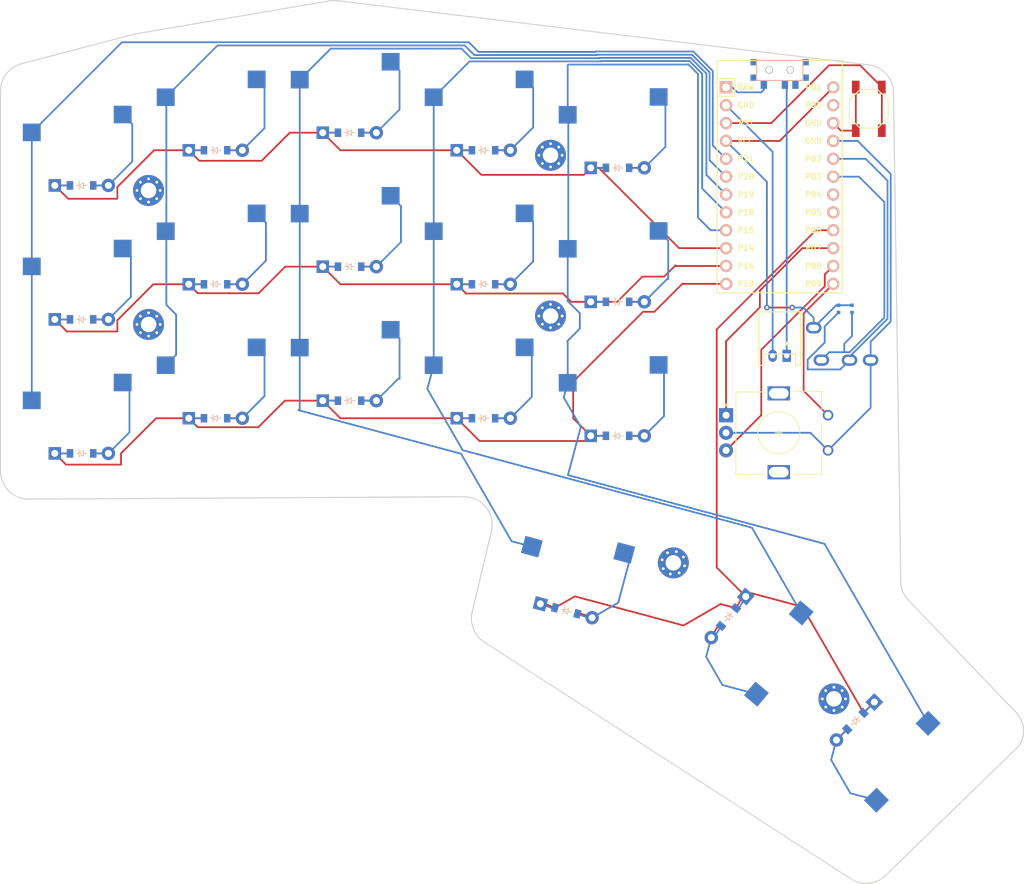
<source format=kicad_pcb>
(kicad_pcb (version 20221018) (generator pcbnew)
  (title_block (title "juubo_left") (rev "v1.0.0") (company "Unknown"))
  (layers (0 "F.Cu" signal) (31 "B.Cu" signal) (34 "B.Paste" user) (35 "F.Paste" user) (36 "B.SilkS" user "B.Silkscreen") (37 "F.SilkS" user "F.Silkscreen") (38 "B.Mask" user) (39 "F.Mask" user) (44 "Edge.Cuts" user))
  (net 0 "")
  (net 1 "P9")
  (net 2 "GND")
  (net 3 "P7")
  (net 4 "P8")
  (net 5 "P21")
  (net 6 "pinky_bottom")
  (net 7 "pinky_home")
  (net 8 "pinky_top")
  (net 9 "P20")
  (net 10 "ring_bottom")
  (net 11 "ring_home")
  (net 12 "ring_top")
  (net 13 "P19")
  (net 14 "middle_bottom")
  (net 15 "middle_home")
  (net 16 "middle_top")
  (net 17 "P18")
  (net 18 "index_bottom")
  (net 19 "index_home")
  (net 20 "index_top")
  (net 21 "P15")
  (net 22 "inner_bottom")
  (net 23 "inner_home")
  (net 24 "inner_top")
  (net 25 "layer_cluster")
  (net 26 "space_cluster")
  (net 27 "extra_cluster")
  (net 28 "P10")
  (net 29 "P16")
  (net 30 "P14")
  (net 31 "P6")
  (net 32 "RAW")
  (net 33 "RST")
  (net 34 "VCC")
  (net 35 "P0")
  (net 36 "P2")
  (net 37 "P3")
  (net 38 "P4")
  (net 39 "P5")
  (net 40 "B+")
  (footprint "E73:SPDT_C128955" (layer "F.Cu") (at 187.613786 48.4125)
    (fp_text reference "T1" hide)
    (fp_text value "" hide)
  )
  (footprint "E73:SW_TACT_ALPS_SKQGABE010" (layer "F.Cu") (at 200.291286 53.94591 90)
    (fp_text reference "B1" hide)
    (fp_text value "" hide)
  )
  (footprint "JST_PH_S2B-PH-K_02x2.00mm_Angled" (layer "F.Cu") (at 187.613785 89.063409 180)
    (fp_text reference "JST1" hide)
    (fp_text value "" hide)
  )
  (footprint "ComboDiode" (layer "F.Cu") (at 107.413787 97.935909)
    (fp_text reference "D4" hide)
    (fp_text value "" hide)
  )
  (footprint "MX" (layer "F.Cu") (at 126.463783 52.335909)
    (fp_text reference "S9" hide)
    (fp_text value "" hide)
  )
  (footprint "ComboDiode" (layer "F.Cu") (at 107.413784 59.835912)
    (fp_text reference "D6" hide)
    (fp_text value "" hide)
  )
  (footprint "TRRS-PJ-320A-dual" (layer "F.Cu") (at 203.748785 89.673409 -90)
    (fp_text reference "TRRS1")
    (fp_text value "TRRS-PJ-320A-dual")
  )
  (footprint "ComboDiode" (layer "F.Cu") (at 107.413783 78.885908)
    (fp_text reference "D5" hide)
    (fp_text value "" hide)
  )
  (footprint "MX" (layer "F.Cu") (at 88.363786 97.935909)
    (fp_text reference "S1" hide)
    (fp_text value "" hide)
  )
  (footprint "MX" (layer "F.Cu") (at 107.413785 54.83591)
    (fp_text reference "S6" hide)
    (fp_text value "" hide)
  )
  (footprint "ComboDiode" (layer "F.Cu") (at 164.563785 62.335911)
    (fp_text reference "D15" hide)
    (fp_text value "" hide)
  )
  (footprint "MX" (layer "F.Cu") (at 126.463784 90.435911)
    (fp_text reference "S7" hide)
    (fp_text value "" hide)
  )
  (footprint "MX" (layer "F.Cu") (at 145.513785 92.93591)
    (fp_text reference "S10" hide)
    (fp_text value "" hide)
  )
  (footprint "MountingHole_2.2mm_M2_Pad_Via" (layer "F.Cu") (at 155.038789 60.55091)
    (fp_text reference "_2" hide)
    (fp_text value "")
  )
  (footprint "rotary_encoder" (layer "F.Cu") (at 187.613785 100.045912)
    (fp_text reference "ROT1" hide)
    (fp_text value "")
  )
  (footprint "ComboDiode" (layer "F.Cu") (at 126.463784 76.385911)
    (fp_text reference "D8" hide)
    (fp_text value "" hide)
  )
  (footprint "ComboDiode" (layer "F.Cu") (at 126.463784 57.33591)
    (fp_text reference "D9" hide)
    (fp_text value "" hide)
  )
  (footprint "ComboDiode" (layer "F.Cu") (at 145.513784 78.88591)
    (fp_text reference "D11" hide)
    (fp_text value "" hide)
  )
  (footprint "MX" (layer "F.Cu") (at 158.563786 120.485912 -15)
    (fp_text reference "S16" hide)
    (fp_text value "" hide)
  )
  (footprint "ComboDiode" (layer "F.Cu") (at 88.363784 102.935911)
    (fp_text reference "D1" hide)
    (fp_text value "" hide)
  )
  (footprint "ComboDiode" (layer "F.Cu") (at 145.513785 97.935908)
    (fp_text reference "D10" hide)
    (fp_text value "" hide)
  )
  (footprint "ComboDiode" (layer "F.Cu") (at 164.563786 81.38591)
    (fp_text reference "D14" hide)
    (fp_text value "" hide)
  )
  (footprint "MountingHole_2.2mm_M2_Pad_Via" (layer "F.Cu") (at 155.038784 83.4)
    (fp_text reference "_6" hide)
    (fp_text value "")
  )
  (footprint "ComboDiode" (layer "F.Cu") (at 126.463785 95.435911)
    (fp_text reference "D7" hide)
    (fp_text value "" hide)
  )
  (footprint "ProMicro" (layer "F.Cu") (at 187.613787 64.860909 -90)
    (fp_text reference "MCU1" hide)
    (fp_text value "" hide)
  )
  (footprint "MX" (layer "F.Cu") (at 145.513787 54.835911)
    (fp_text reference "S12" hide)
    (fp_text value "" hide)
  )
  (footprint "MX" (layer "F.Cu") (at 88.363785 59.835911)
    (fp_text reference "S3" hide)
    (fp_text value "" hide)
  )
  (footprint "MX" (layer "F.Cu") (at 145.513785 73.885909)
    (fp_text reference "S11" hide)
    (fp_text value "" hide)
  )
  (footprint "MountingHole_2.2mm_M2_Pad_Via" (layer "F.Cu") (at 97.888786 84.6)
    (fp_text reference "_3" hide)
    (fp_text value "")
  )
  (footprint "MX" (layer "F.Cu") (at 184.174439 129.418819 -130)
    (fp_text reference "S17" hide)
    (fp_text value "" hide)
  )
  (footprint "MountingHole_2.2mm_M2_Pad_Via" (layer "F.Cu") (at 195.333274 137.833274 -135)
    (fp_text reference "_5" hide)
    (fp_text value "")
  )
  (footprint "ComboDiode" (layer "F.Cu") (at 88.363786 64.835909)
    (fp_text reference "D3" hide)
    (fp_text value "" hide)
  )
  (footprint "ComboDiode" (layer "F.Cu") (at 157.269692 125.315539 -15)
    (fp_text reference "D16" hide)
    (fp_text value "" hide)
  )
  (footprint "ComboDiode" (layer "F.Cu") (at 88.363785 83.885911)
    (fp_text reference "D2" hide)
    (fp_text value "" hide)
  )
  (footprint "MX" (layer "F.Cu") (at 201.918989 144.526213 -135)
    (fp_text reference "S18" hide)
    (fp_text value "" hide)
  )
  (footprint "MountingHole_2.2mm_M2_Pad_Via" (layer "F.Cu") (at 172.5 118.5 -15)
    (fp_text reference "_4" hide)
    (fp_text value "")
  )
  (footprint "ComboDiode" (layer "F.Cu") (at 164.563786 100.43591)
    (fp_text reference "D13" hide)
    (fp_text value "" hide)
  )
  (footprint "MX" (layer "F.Cu") (at 107.413786 92.935912)
    (fp_text reference "S4" hide)
    (fp_text value "" hide)
  )
  (footprint "MountingHole_2.2mm_M2_Pad_Via" (layer "F.Cu") (at 97.888787 65.55091)
    (fp_text reference "_1" hide)
    (fp_text value "")
  )
  (footprint "MX" (layer "F.Cu") (at 88.363785 78.885908)
    (fp_text reference "S2" hide)
    (fp_text value "" hide)
  )
  (footprint "MX" (layer "F.Cu") (at 164.563785 57.335911)
    (fp_text reference "S15" hide)
    (fp_text value "" hide)
  )
  (footprint "MX" (layer "F.Cu") (at 126.463787 71.385911)
    (fp_text reference "S8" hide)
    (fp_text value "" hide)
  )
  (footprint "ComboDiode" (layer "F.Cu") (at 198.383457 140.990682 -135)
    (fp_text reference "D18" hide)
    (fp_text value "" hide)
  )
  (footprint "MX" (layer "F.Cu") (at 164.563783 76.385911)
    (fp_text reference "S14" hide)
    (fp_text value "" hide)
  )
  (footprint "ComboDiode" (layer "F.Cu") (at 180.344219 126.204878 -130)
    (fp_text reference "D17" hide)
    (fp_text value "" hide)
  )
  (footprint "MX" (layer "F.Cu") (at 107.413784 73.88591)
    (fp_text reference "S5" hide)
    (fp_text value "" hide)
  )
  (footprint "MX" (layer "F.Cu") (at 164.563786 95.435911)
    (fp_text reference "S13" hide)
    (fp_text value "" hide)
  )
  (footprint "ComboDiode" (layer "F.Cu") (at 145.513787 59.835909)
    (fp_text reference "D12" hide)
    (fp_text value "" hide)
  )
  (footprint "RES_ERJ2RKF4701X" (layer "B.Cu") (at 197.901286 82.385911 -90)
    (fp_text reference "DISP1" hide)
    (fp_text value "RES_ERJ2RKF4701X")
  )
  (footprint "RES_ERJ2RKF4701X" (layer "B.Cu") (at 195.996287 82.385909 -90)
    (fp_text reference "DISP2" hide)
    (fp_text value "RES_ERJ2RKF4701X")
  )
  (gr_arc (start 142.722221 109.098913) (mid 145.877217 110.612025) (end 146.634761 114.028112) (stroke (width 0.15)) (layer "Edge.Cuts"))
  (gr_arc (start 95.717823 43.355782) (mid 95.889609 43.314727) (end 96.063039 43.281294) (stroke (width 0.15)) (layer "Edge.Cuts"))
  (gr_arc (start 123.58592 38.603279) (mid 124.159797 38.547878) (end 124.735675 38.575565) (stroke (width 0.15)) (layer "Edge.Cuts"))
  (gr_line (start 96.063039 43.281294) (end 123.58592 38.603279) (stroke (width 0.15)) (layer "Edge.Cuts"))
  (gr_line (start 142.722221 109.098913) (end 80.860764 109.438811) (stroke (width 0.15)) (layer "Edge.Cuts"))
  (gr_line (start 197.688861 163.388522) (end 145.621497 129.763273) (stroke (width 0.15)) (layer "Edge.Cuts"))
  (gr_arc (start 80.860763 109.438813) (mid 78.018185 108.27504) (end 76.838785 105.438871) (stroke (width 0.15)) (layer "Edge.Cuts"))
  (gr_line (start 203.800645 51.608921) (end 204.832746 121.127688) (stroke (width 0.15)) (layer "Edge.Cuts"))
  (gr_line (start 205.945229 123.836839) (end 221.356715 139.908255) (stroke (width 0.15)) (layer "Edge.Cuts"))
  (gr_arc (start 76.838784 51.396523) (mid 77.67162 48.953369) (end 79.823311 47.527571) (stroke (width 0.15)) (layer "Edge.Cuts"))
  (gr_line (start 124.735675 38.575565) (end 200.280578 47.697146) (stroke (width 0.15)) (layer "Edge.Cuts"))
  (gr_arc (start 205.945229 123.836839) (mid 205.132139 122.587738) (end 204.832746 121.127688) (stroke (width 0.15)) (layer "Edge.Cuts"))
  (gr_arc (start 200.280578 47.697143) (mid 202.774498 48.99265) (end 203.800645 51.608921) (stroke (width 0.15)) (layer "Edge.Cuts"))
  (gr_line (start 202.748997 162.877717) (end 221.659673 144.499586) (stroke (width 0.15)) (layer "Edge.Cuts"))
  (gr_arc (start 145.621497 129.763273) (mid 144.079016 127.892173) (end 143.900962 125.473809) (stroke (width 0.15)) (layer "Edge.Cuts"))
  (gr_line (start 76.838785 105.438871) (end 76.838784 51.396523) (stroke (width 0.15)) (layer "Edge.Cuts"))
  (gr_line (start 79.823311 47.527571) (end 95.717823 43.355782) (stroke (width 0.15)) (layer "Edge.Cuts"))
  (gr_line (start 143.900962 125.473809) (end 146.634761 114.028112) (stroke (width 0.15)) (layer "Edge.Cuts"))
  (gr_arc (start 202.748997 162.877717) (mid 200.311135 164.046527) (end 197.688861 163.388522) (stroke (width 0.15)) (layer "Edge.Cuts"))
  (gr_arc (start 221.356714 139.908256) (mid 222.292209 142.152188) (end 221.659673 144.499586) (stroke (width 0.15)) (layer "Edge.Cuts"))
  (segment (start 191.023785 94.035912) (end 191.023785 83.040911) (width 0.25) (layer "F.Cu") (net 1))
  (segment (start 194.493785 97.505912) (end 191.023785 94.035912) (width 0.25) (layer "F.Cu") (net 1))
  (segment (start 191.023785 83.040911) (end 195.233787 78.830909) (width 0.25) (layer "F.Cu") (net 1))
  (segment (start 198.441286 57.04591) (end 196.308788 57.04591) (width 0.25) (layer "F.Cu") (net 2))
  (segment (start 198.441286 57.04591) (end 198.441286 50.84591) (width 0.25) (layer "F.Cu") (net 2))
  (segment (start 196.308788 57.04591) (end 195.233787 55.970909) (width 0.25) (layer "F.Cu") (net 2))
  (segment (start 203.4 84.2) (end 203.4 63.2) (width 0.25) (layer "B.Cu") (net 2))
  (segment (start 194.493785 102.505912) (end 200.548785 96.450912) (width 0.25) (layer "B.Cu") (net 2))
  (segment (start 198.710909 58.510909) (end 195.233787 58.510909) (width 0.25) (layer "B.Cu") (net 2))
  (segment (start 179.993785 100.005912) (end 191.993785 100.005912) (width 0.25) (layer "B.Cu") (net 2))
  (segment (start 186.613785 60.050907) (end 179.993787 53.430909) (width 0.25) (layer "B.Cu") (net 2))
  (segment (start 191.993785 100.005912) (end 194.493785 102.505912) (width 0.25) (layer "B.Cu") (net 2))
  (segment (start 200.548785 96.450912) (end 200.548785 89.673409) (width 0.25) (layer "B.Cu") (net 2))
  (segment (start 203.4 63.2) (end 198.710909 58.510909) (width 0.25) (layer "B.Cu") (net 2))
  (segment (start 200.548785 87.051215) (end 203.4 84.2) (width 0.25) (layer "B.Cu") (net 2))
  (segment (start 186.613785 89.063409) (end 186.613785 60.050907) (width 0.25) (layer "B.Cu") (net 2))
  (segment (start 200.548785 89.673409) (end 200.548785 87.051215) (width 0.25) (layer "B.Cu") (net 2))
  (segment (start 179.993785 97.505912) (end 179.993785 86.98091) (width 0.25) (layer "F.Cu") (net 3))
  (segment (start 184.8 82.174695) (end 184.8 79.8) (width 0.25) (layer "F.Cu") (net 3))
  (segment (start 190.849091 73.750909) (end 195.233787 73.750909) (width 0.25) (layer "F.Cu") (net 3))
  (segment (start 179.993785 86.98091) (end 184.8 82.174695) (width 0.25) (layer "F.Cu") (net 3))
  (segment (start 184.8 79.8) (end 190.849091 73.750909) (width 0.25) (layer "F.Cu") (net 3))
  (segment (start 179.993785 102.505912) (end 185 97.499697) (width 0.25) (layer "F.Cu") (net 4))
  (segment (start 194.032487 77.492209) (end 195.233787 76.290909) (width 0.25) (layer "F.Cu") (net 4))
  (segment (start 194.032487 79.167513) (end 194.032487 77.492209) (width 0.25) (layer "F.Cu") (net 4))
  (segment (start 185 97.499697) (end 185 88.2) (width 0.25) (layer "F.Cu") (net 4))
  (segment (start 185 88.2) (end 194.032487 79.167513) (width 0.25) (layer "F.Cu") (net 4))
  (segment (start 144.8 45.85) (end 161.4 45.85) (width 0.25) (layer "B.Cu") (net 5))
  (segment (start 81.278785 57.295911) (end 81.278786 76.345909) (width 0.25) (layer "B.Cu") (net 5))
  (segment (start 81.278785 57.295911) (end 94.093787 44.480909) (width 0.25) (layer "B.Cu") (net 5))
  (segment (start 175.345584 45.8) (end 178.1 48.554416) (width 0.25) (layer "B.Cu") (net 5))
  (segment (start 178.1 48.554416) (end 178.1 59.157122) (width 0.25) (layer "B.Cu") (net 5))
  (segment (start 94.093787 44.480909) (end 143.430909 44.480909) (width 0.25) (layer "B.Cu") (net 5))
  (segment (start 161.45 45.8) (end 175.345584 45.8) (width 0.25) (layer "B.Cu") (net 5))
  (segment (start 143.430909 44.480909) (end 144.8 45.85) (width 0.25) (layer "B.Cu") (net 5))
  (segment (start 161.4 45.85) (end 161.45 45.8) (width 0.25) (layer "B.Cu") (net 5))
  (segment (start 178.1 59.157122) (end 179.993787 61.050909) (width 0.25) (layer "B.Cu") (net 5))
  (segment (start 81.278786 76.345909) (end 81.278787 95.39591) (width 0.25) (layer "B.Cu") (net 5))
  (segment (start 90.013783 102.93591) (end 92.173783 102.935911) (width 0.25) (layer "F.Cu") (net 6))
  (segment (start 95.172232 93.822356) (end 94.205786 92.85591) (width 0.25) (layer "B.Cu") (net 6))
  (segment (start 92.173784 102.93591) (end 95.172232 99.937463) (width 0.25) (layer "B.Cu") (net 6))
  (segment (start 92.173783 102.935911) (end 90.013783 102.93591) (width 0.25) (layer "B.Cu") (net 6))
  (segment (start 95.172232 99.937463) (end 95.172232 93.822356) (width 0.25) (layer "B.Cu") (net 6))
  (segment (start 92.173785 83.885908) (end 90.013785 83.885908) (width 0.25) (layer "F.Cu") (net 7))
  (segment (start 90.013785 83.885908) (end 92.173785 83.885908) (width 0.25) (layer "B.Cu") (net 7))
  (segment (start 95.372232 80.687464) (end 95.372231 74.972355) (width 0.25) (layer "B.Cu") (net 7))
  (segment (start 92.173786 83.885911) (end 95.372232 80.687464) (width 0.25) (layer "B.Cu") (net 7))
  (segment (start 95.372231 74.972355) (end 94.205786 73.805909) (width 0.25) (layer "B.Cu") (net 7))
  (segment (start 90.013784 64.835913) (end 92.173786 64.835909) (width 0.25) (layer "F.Cu") (net 8))
  (segment (start 95.572232 61.437463) (end 95.572232 56.122358) (width 0.25) (layer "B.Cu") (net 8))
  (segment (start 95.572232 56.122358) (end 94.205785 54.755911) (width 0.25) (layer "B.Cu") (net 8))
  (segment (start 92.173786 64.835909) (end 90.013784 64.835913) (width 0.25) (layer "B.Cu") (net 8))
  (segment (start 92.173786 64.835909) (end 95.572232 61.437463) (width 0.25) (layer "B.Cu") (net 8))
  (segment (start 177.65 48.740812) (end 177.65 61.247122) (width 0.25) (layer "B.Cu") (net 9))
  (segment (start 100.328784 90.395909) (end 100.328785 90.395912) (width 0.25) (layer "B.Cu") (net 9))
  (segment (start 100.413788 52.380911) (end 100.413787 71.260908) (width 0.25) (layer "B.Cu") (net 9))
  (segment (start 107.693786 44.930909) (end 142.830909 44.930909) (width 0.25) (layer "B.Cu") (net 9))
  (segment (start 161.6 46.3) (end 161.65 46.25) (width 0.25) (layer "B.Cu") (net 9))
  (segment (start 100.413786 81.813786) (end 101.8 83.2) (width 0.25) (layer "B.Cu") (net 9))
  (segment (start 100.413787 71.260908) (end 100.328783 71.345911) (width 0.25) (layer "B.Cu") (net 9))
  (segment (start 100.413786 71.430912) (end 100.413786 81.813786) (width 0.25) (layer "B.Cu") (net 9))
  (segment (start 100.328785 52.29591) (end 100.413788 52.380911) (width 0.25) (layer "B.Cu") (net 9))
  (segment (start 177.65 61.247122) (end 179.993787 63.590909) (width 0.25) (layer "B.Cu") (net 9))
  (segment (start 161.65 46.25) (end 175.159188 46.25) (width 0.25) (layer "B.Cu") (net 9))
  (segment (start 101.8 88.924698) (end 100.328786 90.395912) (width 0.25) (layer "B.Cu") (net 9))
  (segment (start 100.328784 71.34591) (end 100.413786 71.430912) (width 0.25) (layer "B.Cu") (net 9))
  (segment (start 175.159188 46.25) (end 177.65 48.740812) (width 0.25) (layer "B.Cu") (net 9))
  (segment (start 142.830909 44.930909) (end 144.2 46.3) (width 0.25) (layer "B.Cu") (net 9))
  (segment (start 100.328785 52.29591) (end 107.693786 44.930909) (width 0.25) (layer "B.Cu") (net 9))
  (segment (start 101.8 83.2) (end 101.8 88.924698) (width 0.25) (layer "B.Cu") (net 9))
  (segment (start 144.2 46.3) (end 161.6 46.3) (width 0.25) (layer "B.Cu") (net 9))
  (segment (start 111.223787 97.93591) (end 109.063785 97.93591) (width 0.25) (layer "F.Cu") (net 10))
  (segment (start 114.372232 94.787465) (end 114.372231 88.972358) (width 0.25) (layer "B.Cu") (net 10))
  (segment (start 111.223787 97.93591) (end 114.372232 94.787465) (width 0.25) (layer "B.Cu") (net 10))
  (segment (start 109.063785 97.93591) (end 111.223787 97.93591) (width 0.25) (layer "B.Cu") (net 10))
  (segment (start 114.372231 88.972358) (end 113.255787 87.855911) (width 0.25) (layer "B.Cu") (net 10))
  (segment (start 109.063783 78.88591) (end 111.223784 78.885908) (width 0.25) (layer "F.Cu") (net 11))
  (segment (start 114.572232 75.537461) (end 114.572231 70.122359) (width 0.25) (layer "B.Cu") (net 11))
  (segment (start 111.223783 78.88591) (end 114.572232 75.537461) (width 0.25) (layer "B.Cu") (net 11))
  (segment (start 114.572231 70.122359) (end 113.255784 68.805911) (width 0.25) (layer "B.Cu") (net 11))
  (segment (start 111.223784 78.885908) (end 109.063783 78.88591) (width 0.25) (layer "B.Cu") (net 11))
  (segment (start 111.223787 59.835909) (end 109.063786 59.835908) (width 0.25) (layer "F.Cu") (net 12))
  (segment (start 114.372231 50.872356) (end 113.255785 49.755909) (width 0.25) (layer "B.Cu") (net 12))
  (segment (start 109.063786 59.835908) (end 111.223787 59.835909) (width 0.25) (layer "B.Cu") (net 12))
  (segment (start 111.223783 59.835912) (end 114.372232 56.687464) (width 0.25) (layer "B.Cu") (net 12))
  (segment (start 114.372232 56.687464) (end 114.372231 50.872356) (width 0.25) (layer "B.Cu") (net 12))
  (segment (start 119.378787 87.895908) (end 119.378784 87.895911) (width 0.25) (layer "B.Cu") (net 13))
  (segment (start 174.972792 46.7) (end 177.2 48.927208) (width 0.25) (layer "B.Cu") (net 13))
  (segment (start 143.75 46.75) (end 162 46.75) (width 0.25) (layer "B.Cu") (net 13))
  (segment (start 142.323172 102.987514) (end 119.2 96.791679) (width 0.25) (layer "B.Cu") (net 13))
  (segment (start 162.05 46.7) (end 174.972792 46.7) (width 0.25) (layer "B.Cu") (net 13))
  (segment (start 142.380909 45.380909) (end 143.75 46.75) (width 0.25) (layer "B.Cu") (net 13))
  (segment (start 177.2 63.337122) (end 179.993787 66.130909) (width 0.25) (layer "B.Cu") (net 13))
  (segment (start 162 46.75) (end 162.05 46.7) (width 0.25) (layer "B.Cu") (net 13))
  (segment (start 119.378783 49.795908) (end 119.378784 68.845909) (width 0.25) (layer "B.Cu") (net 13))
  (segment (start 119.2 96.791679) (end 119.378784 96.612895) (width 0.25) (layer "B.Cu") (net 13))
  (segment (start 119.378787 68.845912) (end 119.378787 87.895908) (width 0.25) (layer "B.Cu") (net 13))
  (segment (start 119.378784 68.845909) (end 119.378787 68.845912) (width 0.25) (layer "B.Cu") (net 13))
  (segment (start 119.378784 96.612895) (end 119.378784 87.895911) (width 0.25) (layer "B.Cu") (net 13))
  (segment (start 177.2 48.927208) (end 177.2 63.337122) (width 0.25) (layer "B.Cu") (net 13))
  (segment (start 152.377603 116.198728) (end 149.506511 115.429421) (width 0.25) (layer "B.Cu") (net 13))
  (segment (start 149.506511 115.429421) (end 142.323172 102.987514) (width 0.25) (layer "B.Cu") (net 13))
  (segment (start 119.378783 49.795909) (end 123.793783 45.380909) (width 0.25) (layer "B.Cu") (net 13))
  (segment (start 123.793783 45.380909) (end 142.380909 45.380909) (width 0.25) (layer "B.Cu") (net 13))
  (segment (start 128.113785 95.435911) (end 130.273787 95.435911) (width 0.25) (layer "F.Cu") (net 14))
  (segment (start 133.377376 92.332319) (end 133.572232 92.33232) (width 0.25) (layer "B.Cu") (net 14))
  (segment (start 130.273785 95.435911) (end 133.377376 92.332319) (width 0.25) (layer "B.Cu") (net 14))
  (segment (start 130.273787 95.435911) (end 128.113785 95.435911) (width 0.25) (layer "B.Cu") (net 14))
  (segment (start 133.572232 86.622358) (end 132.305785 85.355911) (width 0.25) (layer "B.Cu") (net 14))
  (segment (start 133.572232 92.33232) (end 133.572232 86.622358) (width 0.25) (layer "B.Cu") (net 14))
  (segment (start 130.273785 76.38591) (end 128.113784 76.385908) (width 0.25) (layer "F.Cu") (net 15))
  (segment (start 133.772232 67.772357) (end 132.305786 66.305912) (width 0.25) (layer "B.Cu") (net 15))
  (segment (start 133.772232 72.887463) (end 133.772232 67.772357) (width 0.25) (layer "B.Cu") (net 15))
  (segment (start 128.113784 76.385908) (end 130.273785 76.38591) (width 0.25) (layer "B.Cu") (net 15))
  (segment (start 130.273782 76.385911) (end 133.772232 72.887463) (width 0.25) (layer "B.Cu") (net 15))
  (segment (start 128.113785 57.33591) (end 130.273785 57.335911) (width 0.25) (layer "F.Cu") (net 16))
  (segment (start 133.572233 54.037462) (end 133.572232 48.522356) (width 0.25) (layer "B.Cu") (net 16))
  (segment (start 130.273785 57.335911) (end 128.113785 57.33591) (width 0.25) (layer "B.Cu") (net 16))
  (segment (start 133.572232 48.522356) (end 132.305784 47.255908) (width 0.25) (layer "B.Cu") (net 16))
  (segment (start 130.273786 57.33591) (end 133.572233 54.037462) (width 0.25) (layer "B.Cu") (net 16))
  (segment (start 162.25 47.15) (end 174.786396 47.15) (width 0.25) (layer "B.Cu") (net 17))
  (segment (start 143.524698 47.2) (end 162.2 47.2) (width 0.25) (layer "B.Cu") (net 17))
  (segment (start 183.673254 113.497832) (end 142.548975 102.478616) (width 0.25) (layer "B.Cu") (net 17))
  (segment (start 138.428785 71.34591) (end 138.428785 90.395912) (width 0.25) (layer "B.Cu") (net 17))
  (segment (start 142.548975 102.478616) (end 137.523544 93.774313) (width 0.25) (layer "B.Cu") (net 17))
  (segment (start 162.2 47.2) (end 162.25 47.15) (width 0.25) (layer "B.Cu") (net 17))
  (segment (start 176.6 65.277122) (end 179.993787 68.670909) (width 0.25) (layer "B.Cu") (net 17))
  (segment (start 174.786396 47.15) (end 176.6 48.963604) (width 0.25) (layer "B.Cu") (net 17))
  (segment (start 137.523544 93.774313) (end 138.428785 90.39591) (width 0.25) (layer "B.Cu") (net 17))
  (segment (start 176.6 48.963604) (end 176.6 65.277122) (width 0.25) (layer "B.Cu") (net 17))
  (segment (start 190.674343 125.624074) (end 183.673254 113.497832) (width 0.25) (layer "B.Cu") (net 17))
  (segment (start 138.428787 52.295911) (end 143.524698 47.2) (width 0.25) (layer "B.Cu") (net 17))
  (segment (start 138.428788 71.345906) (end 138.428785 71.34591) (width 0.25) (layer "B.Cu") (net 17))
  (segment (start 138.428787 52.295911) (end 138.428788 71.345906) (width 0.25) (layer "B.Cu") (net 17))
  (segment (start 149.323783 97.935911) (end 147.163785 97.93591) (width 0.25) (layer "F.Cu") (net 18))
  (segment (start 152.372231 88.872359) (end 151.355785 87.855912) (width 0.25) (layer "B.Cu") (net 18))
  (segment (start 149.323785 97.935911) (end 152.372232 94.887463) (width 0.25) (layer "B.Cu") (net 18))
  (segment (start 152.372232 94.887463) (end 152.372231 88.872359) (width 0.25) (layer "B.Cu") (net 18))
  (segment (start 147.163785 97.93591) (end 149.323783 97.935911) (width 0.25) (layer "B.Cu") (net 18))
  (segment (start 147.163786 78.885912) (end 149.323785 78.885907) (width 0.25) (layer "F.Cu") (net 19))
  (segment (start 152.572233 70.022357) (end 151.355784 68.805909) (width 0.25) (layer "B.Cu") (net 19))
  (segment (start 149.323784 78.885911) (end 152.572232 75.637464) (width 0.25) (layer "B.Cu") (net 19))
  (segment (start 149.323785 78.885907) (end 147.163786 78.885912) (width 0.25) (layer "B.Cu") (net 19))
  (segment (start 152.572232 75.637464) (end 152.572233 70.022357) (width 0.25) (layer "B.Cu") (net 19))
  (segment (start 149.323785 59.83591) (end 147.163785 59.835909) (width 0.25) (layer "F.Cu") (net 20))
  (segment (start 147.163785 59.835909) (end 149.323785 59.83591) (width 0.25) (layer "B.Cu") (net 20))
  (segment (start 152.572232 56.587463) (end 152.572232 50.972355) (width 0.25) (layer "B.Cu") (net 20))
  (segment (start 149.323786 59.835909) (end 152.572232 56.587463) (width 0.25) (layer "B.Cu") (net 20))
  (segment (start 152.572232 50.972355) (end 151.355786 49.755911) (width 0.25) (layer "B.Cu") (net 20))
  (segment (start 159.343048 99.192616) (end 157.513027 106.022347) (width 0.25) (layer "B.Cu") (net 21))
  (segment (start 157.478784 92.895908) (end 157.478786 92.89591) (width 0.25) (layer "B.Cu") (net 21))
  (segment (start 157.6 47.65) (end 174.55 47.65) (width 0.25) (layer "B.Cu") (net 21))
  (segment (start 157.478783 73.845911) (end 157.478783 81.278783) (width 0.25) (layer "B.Cu") (net 21))
  (segment (start 157.563789 73.760904) (end 157.478783 73.845911) (width 0.25) (layer "B.Cu") (net 21))
  (segment (start 159.2 85.2) (end 157.4 87) (width 0.25) (layer "B.Cu") (net 21))
  (segment (start 157.478785 47.771215) (end 157.6 47.65) (width 0.25) (layer "B.Cu") (net 21))
  (segment (start 157.478786 92.895911) (end 156.917357 94.991193) (width 0.25) (layer "B.Cu") (net 21))
  (segment (start 157.4 87) (end 157.478786 87.078786) (width 0.25) (layer "B.Cu") (net 21))
  (segment (start 159.2 83) (end 159.2 85.2) (width 0.25) (layer "B.Cu") (net 21))
  (segment (start 157.478783 81.278783) (end 159.2 83) (width 0.25) (layer "B.Cu") (net 21))
  (segment (start 157.563789 54.880912) (end 157.563789 73.760904) (width 0.25) (layer "B.Cu") (net 21))
  (segment (start 156.917357 94.991193) (end 159.343048 99.192616) (width 0.25) (layer "B.Cu") (net 21))
  (segment (start 157.478786 87.078786) (end 157.478786 92.895911) (width 0.25) (layer "B.Cu") (net 21))
  (segment (start 177.810909 71.210909) (end 179.993787 71.210909) (width 0.25) (layer "B.Cu") (net 21))
  (segment (start 157.478786 54.79591) (end 157.563789 54.880912) (width 0.25) (layer "B.Cu") (net 21))
  (segment (start 176 49) (end 176 69.4) (width 0.25) (layer "B.Cu") (net 21))
  (segment (start 176 69.4) (end 177.810909 71.210909) (width 0.25) (layer "B.Cu") (net 21))
  (segment (start 157.513027 106.022347) (end 193.99375 115.797328) (width 0.25) (layer "B.Cu") (net 21))
  (segment (start 174.55 47.65) (end 174.6 47.6) (width 0.25) (layer "B.Cu") (net 21))
  (segment (start 174.6 47.6) (end 176 49) (width 0.25) (layer "B.Cu") (net 21))
  (segment (start 193.99375 115.797328) (end 208.724891 141.312414) (width 0.25) (layer "B.Cu") (net 21))
  (segment (start 157.478785 54.795911) (end 157.478785 47.771215) (width 0.25) (layer "B.Cu") (net 21))
  (segment (start 166.213786 100.435911) (end 168.373787 100.435911) (width 0.25) (layer "F.Cu") (net 22))
  (segment (start 171.172233 97.637464) (end 171.172233 91.122355) (width 0.25) (layer "B.Cu") (net 22))
  (segment (start 168.373787 100.435911) (end 166.213786 100.435911) (width 0.25) (layer "B.Cu") (net 22))
  (segment (start 171.172233 91.122355) (end 170.405786 90.355911) (width 0.25) (layer "B.Cu") (net 22))
  (segment (start 168.373786 100.435909) (end 171.172233 97.637464) (width 0.25) (layer "B.Cu") (net 22))
  (segment (start 168.373783 81.385909) (end 166.213787 81.38591) (width 0.25) (layer "F.Cu") (net 23))
  (segment (start 171.627376 78.13232) (end 171.772232 78.13232) (width 0.25) (layer "B.Cu") (net 23))
  (segment (start 168.373787 81.385909) (end 171.627376 78.13232) (width 0.25) (layer "B.Cu") (net 23))
  (segment (start 166.213787 81.38591) (end 168.373783 81.385909) (width 0.25) (layer "B.Cu") (net 23))
  (segment (start 171.772232 72.67236) (end 170.405781 71.305911) (width 0.25) (layer "B.Cu") (net 23))
  (segment (start 171.772232 78.13232) (end 171.772232 72.67236) (width 0.25) (layer "B.Cu") (net 23))
  (segment (start 166.213786 62.335911) (end 168.373784 62.33591) (width 0.25) (layer "F.Cu") (net 24))
  (segment (start 171.372232 53.222354) (end 170.405786 52.255911) (width 0.25) (layer "B.Cu") (net 24))
  (segment (start 168.373784 62.33591) (end 166.213786 62.335911) (width 0.25) (layer "B.Cu") (net 24))
  (segment (start 171.372232 59.337463) (end 171.372232 53.222354) (width 0.25) (layer "B.Cu") (net 24))
  (segment (start 168.373784 62.335911) (end 171.372232 59.337463) (width 0.25) (layer "B.Cu") (net 24))
  (segment (start 160.949869 126.30164) (end 159.104758 125.630075) (width 0.25) (layer "F.Cu") (net 25))
  (segment (start 159.104758 125.630075) (end 158.863468 125.74259) (width 0.25) (layer "F.Cu") (net 25))
  (segment (start 166.228349 118.315284) (end 165.521525 117.09103) (width 0.25) (layer "B.Cu") (net 25))
  (segment (start 160.949869 126.30164) (end 164.662805 124.157976) (width 0.25) (layer "B.Cu") (net 25))
  (segment (start 160.708577 126.414157) (end 160.949869 126.30164) (width 0.25) (layer "B.Cu") (net 25))
  (segment (start 164.662805 124.157976) (end 166.228349 118.315284) (width 0.25) (layer "B.Cu") (net 25))
  (segment (start 158.863468 125.74259) (end 160.708577 126.414157) (width 0.25) (layer "B.Cu") (net 25))
  (segment (start 178.771249 127.60614) (end 179.283619 127.468853) (width 0.25) (layer "F.Cu") (net 26))
  (segment (start 177.895197 129.123508) (end 178.771249 127.60614) (width 0.25) (layer "F.Cu") (net 26))
  (segment (start 178.407567 128.98622) (end 177.895197 129.123508) (width 0.25) (layer "B.Cu") (net 26))
  (segment (start 179.478079 135.864494) (end 184.310781 137.159412) (width 0.25) (layer "B.Cu") (net 26))
  (segment (start 177.895197 129.123507) (end 177.163265 131.855117) (width 0.25) (layer "B.Cu") (net 26))
  (segment (start 177.163265 131.855117) (end 179.478079 135.864494) (width 0.25) (layer "B.Cu") (net 26))
  (segment (start 179.283619 127.468853) (end 178.407567 128.98622) (width 0.25) (layer "B.Cu") (net 26))
  (segment (start 195.68938 143.68476) (end 197.216731 142.157409) (width 0.25) (layer "F.Cu") (net 27))
  (segment (start 197.672258 151.255701) (end 201.380174 152.249235) (width 0.25) (layer "B.Cu") (net 27))
  (segment (start 194.932349 146.510039) (end 197.672258 151.255701) (width 0.25) (layer "B.Cu") (net 27))
  (segment (start 195.68938 143.68476) (end 194.932349 146.510039) (width 0.25) (layer "B.Cu") (net 27))
  (segment (start 197.216731 142.157409) (end 195.68938 143.68476) (width 0.25) (layer "B.Cu") (net 27))
  (segment (start 84.553783 102.935909) (end 86.713786 102.935908) (width 0.25) (layer "F.Cu") (net 28))
  (segment (start 173.830909 78.830909) (end 179.993787 78.830909) (width 0.25) (layer "F.Cu") (net 28))
  (segment (start 160.753786 100.43591) (end 158.257886 97.94001) (width 0.25) (layer "F.Cu") (net 28))
  (segment (start 158.257886 92.740161) (end 168.198047 82.8) (width 0.25) (layer "F.Cu") (net 28))
  (segment (start 141.703785 97.935911) (end 144.943785 101.175911) (width 0.25) (layer "F.Cu") (net 28))
  (segment (start 105.763787 97.935909) (end 103.603785 97.935911) (width 0.25) (layer "F.Cu") (net 28))
  (segment (start 173.8 78.8) (end 173.830909 78.830909) (width 0.25) (layer "F.Cu") (net 28))
  (segment (start 122.653785 95.435911) (end 125.153786 97.93591) (width 0.25) (layer "F.Cu") (net 28))
  (segment (start 104.881287 99.213409) (end 113.491142 99.21341) (width 0.25) (layer "F.Cu") (net 28))
  (segment (start 98.968642 97.935909) (end 103.603786 97.93591) (width 0.25) (layer "F.Cu") (net 28))
  (segment (start 122.653786 95.435908) (end 124.813786 95.435911) (width 0.25) (layer "F.Cu") (net 28))
  (segment (start 143.863785 97.935912) (end 141.703785 97.93591) (width 0.25) (layer "F.Cu") (net 28))
  (segment (start 144.943785 101.175911) (end 160.013784 101.17591) (width 0.25) (layer "F.Cu") (net 28))
  (segment (start 160.013784 101.17591) (end 160.753786 100.43591) (width 0.25) (layer "F.Cu") (net 28))
  (segment (start 160.753786 100.435909) (end 162.913785 100.435908) (width 0.25) (layer "F.Cu") (net 28))
  (segment (start 168.198047 82.8) (end 169.8 82.8) (width 0.25) (layer "F.Cu") (net 28))
  (segment (start 169.8 82.8) (end 173.8 78.8) (width 0.25) (layer "F.Cu") (net 28))
  (segment (start 125.153786 97.93591) (end 141.703785 97.935911) (width 0.25) (layer "F.Cu") (net 28))
  (segment (start 103.603786 97.93591) (end 104.881287 99.213409) (width 0.25) (layer "F.Cu") (net 28))
  (segment (start 158.257886 97.94001) (end 158.257886 92.740161) (width 0.25) (layer "F.Cu") (net 28))
  (segment (start 113.491142 99.21341) (end 117.268641 95.435911) (width 0.25) (layer "F.Cu") (net 28))
  (segment (start 93.972231 104.53232) (end 93.972232 102.932319) (width 0.25) (layer "F.Cu") (net 28))
  (segment (start 86.150193 104.532319) (end 93.972231 104.53232) (width 0.25) (layer "F.Cu") (net 28))
  (segment (start 117.268641 95.435911) (end 122.653785 95.435911) (width 0.25) (layer "F.Cu") (net 28))
  (segment (start 84.553784 102.935911) (end 86.150193 104.532319) (width 0.25) (layer "F.Cu") (net 28))
  (segment (start 93.972232 102.932319) (end 98.968642 97.935909) (width 0.25) (layer "F.Cu") (net 28))
  (segment (start 103.603785 97.935911) (end 105.763787 97.935909) (width 0.25) (layer "B.Cu") (net 28))
  (segment (start 162.913785 100.435908) (end 160.753786 100.435909) (width 0.25) (layer "B.Cu") (net 28))
  (segment (start 124.813786 95.435911) (end 122.653786 95.435908) (width 0.25) (layer "B.Cu") (net 28))
  (segment (start 86.713786 102.935908) (end 84.553783 102.935909) (width 0.25) (layer "B.Cu") (net 28))
  (segment (start 141.703785 97.93591) (end 143.863785 97.935912) (width 0.25) (layer "B.Cu") (net 28))
  (segment (start 103.603785 78.88591) (end 105.763783 78.885912) (width 0.25) (layer "F.Cu") (net 29))
  (segment (start 171.2 77.8) (end 172.8 76.2) (width 0.25) (layer "F.Cu") (net 29))
  (segment (start 157.98591 81.38591) (end 160.753786 81.38591) (width 0.25) (layer "F.Cu") (net 29))
  (segment (start 84.553785 83.885911) (end 86.267874 85.6) (width 0.25) (layer "F.Cu") (net 29))
  (segment (start 172.8 76.2) (end 172.890909 76.290909) (width 0.25) (layer "F.Cu") (net 29))
  (segment (start 98.565377 78.885908) (end 103.603783 78.885908) (width 0.25) (layer "F.Cu") (net 29))
  (segment (start 141.703786 78.885911) (end 143.863785 78.885908) (width 0.25) (layer "F.Cu") (net 29))
  (segment (start 113.541142 80.16341) (end 117.318641 76.385911) (width 0.25) (layer "F.Cu") (net 29))
  (segment (start 86.713784 83.885909) (end 84.553785 83.885909) (width 0.25) (layer "F.Cu") (net 29))
  (segment (start 86.267874 85.6) (end 93.4 85.6) (width 0.25) (layer "F.Cu") (net 29))
  (segment (start 104.881283 80.16341) (end 113.541142 80.16341) (width 0.25) (layer "F.Cu") (net 29))
  (segment (start 93.4 85.6) (end 93.451285 85.548715) (width 0.25) (layer "F.Cu") (net 29))
  (segment (start 172.890909 76.290909) (end 179.993787 76.290909) (width 0.25) (layer "F.Cu") (net 29))
  (segment (start 124.813784 76.385911) (end 122.653786 76.38591) (width 0.25) (layer "F.Cu") (net 29))
  (segment (start 122.653784 76.38591) (end 125.153784 78.88591) (width 0.25) (layer "F.Cu") (net 29))
  (segment (start 162.913784 81.38591) (end 160.753786 81.385909) (width 0.25) (layer "F.Cu") (net 29))
  (segment (start 125.153784 78.88591) (end 141.703785 78.885911) (width 0.25) (layer "F.Cu") (net 29))
  (segment (start 103.603783 78.88591) (end 104.881283 80.16341) (width 0.25) (layer "F.Cu") (net 29))
  (segment (start 168.099696 77.8) (end 171.2 77.8) (width 0.25) (layer "F.Cu") (net 29))
  (segment (start 93.451285 84) (end 98.565377 78.885908) (width 0.25) (layer "F.Cu") (net 29))
  (segment (start 164.513786 81.38591) (end 168.099696 77.8) (width 0.25) (layer "F.Cu") (net 29))
  (segment (start 143.017874 80.2) (end 156.8 80.2) (width 0.25) (layer "F.Cu") (net 29))
  (segment (start 141.703784 78.88591) (end 143.017874 80.2) (width 0.25) (layer "F.Cu") (net 29))
  (segment (start 93.451285 85.548715) (end 93.451285 84) (width 0.25) (layer "F.Cu") (net 29))
  (segment (start 156.8 80.2) (end 157.98591 81.38591) (width 0.25) (layer "F.Cu") (net 29))
  (segment (start 160.753786 81.38591) (end 164.513786 81.38591) (width 0.25) (layer "F.Cu") (net 29))
  (segment (start 117.318641 76.385911) (end 122.653784 76.38591) (width 0.25) (layer "F.Cu") (net 29))
  (segment (start 160.753786 81.385909) (end 162.913784 81.38591) (width 0.25) (layer "B.Cu") (net 29))
  (segment (start 122.653786 76.38591) (end 124.813784 76.385911) (width 0.25) (layer "B.Cu") (net 29))
  (segment (start 105.763783 78.885912) (end 103.603785 78.88591) (width 0.25) (layer "B.Cu") (net 29))
  (segment (start 84.553785 83.885909) (end 86.713784 83.885909) (width 0.25) (layer "B.Cu") (net 29))
  (segment (start 143.863785 78.885908) (end 141.703786 78.885911) (width 0.25) (layer "B.Cu") (net 29))
  (segment (start 122.653788 57.335911) (end 124.813787 57.335909) (width 0.25) (layer "F.Cu") (net 30))
  (segment (start 84.553785 64.83591) (end 86.713786 64.835908) (width 0.25) (layer "F.Cu") (net 30))
  (segment (start 122.653785 57.33591) (end 125.153784 59.835909) (width 0.25) (layer "F.Cu") (net 30))
  (segment (start 93.451285 66.653265) (end 93.451287 65.053265) (width 0.25) (layer "F.Cu") (net 30))
  (segment (start 160.753783 62.335911) (end 162.913787 62.33591) (width 0.25) (layer "F.Cu") (net 30))
  (segment (start 98.66864 59.835912) (end 103.603784 59.835912) (width 0.25) (layer "F.Cu") (net 30))
  (segment (start 160.753785 62.335911) (end 161.892785 62.335911) (width 0.25) (layer "F.Cu") (net 30))
  (segment (start 143.863785 59.835911) (end 141.703787 59.835908) (width 0.25) (layer "F.Cu") (net 30))
  (segment (start 103.603784 59.835912) (end 105.100192 61.332319) (width 0.25) (layer "F.Cu") (net 30))
  (segment (start 117.968642 57.335909) (end 122.653785 57.33591) (width 0.25) (layer "F.Cu") (net 30))
  (segment (start 93.372232 66.73232) (end 93.451285 66.653265) (width 0.25) (layer "F.Cu") (net 30))
  (segment (start 113.972233 61.33232) (end 117.968642 57.335909) (width 0.25) (layer "F.Cu") (net 30))
  (segment (start 125.153784 59.835909) (end 141.703786 59.835909) (width 0.25) (layer "F.Cu") (net 30))
  (segment (start 84.553786 64.835908) (end 86.450197 66.732319) (width 0.25) (layer "F.Cu") (net 30))
  (segment (start 159.757375 63.33232) (end 160.753784 62.335911) (width 0.25) (layer "F.Cu") (net 30))
  (segment (start 105.763786 59.83591) (end 103.603785 59.835911) (width 0.25) (layer "F.Cu") (net 30))
  (segment (start 93.451287 65.053265) (end 98.66864 59.835912) (width 0.25) (layer "F.Cu") (net 30))
  (segment (start 86.450197 66.732319) (end 93.372232 66.73232) (width 0.25) (layer "F.Cu") (net 30))
  (segment (start 105.100192 61.332319) (end 113.972233 61.33232) (width 0.25) (layer "F.Cu") (net 30))
  (segment (start 141.703786 59.835909) (end 145.200197 63.33232) (width 0.25) (layer "F.Cu") (net 30))
  (segment (start 173.307783 73.750909) (end 179.993787 73.750909) (width 0.25) (layer "F.Cu") (net 30))
  (segment (start 145.200197 63.33232) (end 159.757375 63.33232) (width 0.25) (layer "F.Cu") (net 30))
  (segment (start 161.892785 62.335911) (end 173.307783 73.750909) (width 0.25) (layer "F.Cu") (net 30))
  (segment (start 162.913787 62.33591) (end 160.753783 62.335911) (width 0.25) (layer "B.Cu") (net 30))
  (segment (start 103.603785 59.835911) (end 105.763786 59.83591) (width 0.25) (layer "B.Cu") (net 30))
  (segment (start 84.553785 64.83591) (end 86.713786 64.835908) (width 0.25) (layer "B.Cu") (net 30))
  (segment (start 141.703787 59.835908) (end 143.863785 59.835911) (width 0.25) (layer "B.Cu") (net 30))
  (segment (start 124.813787 57.335909) (end 122.653788 57.335911) (width 0.25) (layer "B.Cu") (net 30))
  (segment (start 179.217524 124.354821) (end 181.404818 124.940903) (width 0.25) (layer "F.Cu") (net 31))
  (segment (start 155.675914 124.888487) (end 158.491324 123.263011) (width 0.25) (layer "F.Cu") (net 31))
  (segment (start 155.675914 124.888486) (end 153.830805 124.216921) (width 0.25) (layer "F.Cu") (net 31))
  (segment (start 178.668785 119.161794) (end 178.668785 85.294819) (width 0.25) (layer "F.Cu") (net 31))
  (segment (start 178.668785 85.294819) (end 192.752695 71.210909) (width 0.25) (layer "F.Cu") (net 31))
  (segment (start 182.79324 123.286249) (end 178.668785 119.161794) (width 0.25) (layer "F.Cu") (net 31))
  (segment (start 190.848424 124.752069) (end 199.550183 139.823957) (width 0.25) (layer "F.Cu") (net 31))
  (segment (start 158.491324 123.263011) (end 173.939207 127.402259) (width 0.25) (layer "F.Cu") (net 31))
  (segment (start 192.752695 71.210909) (end 195.233787 71.210909) (width 0.25) (layer "F.Cu") (net 31))
  (segment (start 181.404818 124.940904) (end 182.280869 123.423537) (width 0.25) (layer "F.Cu") (net 31))
  (segment (start 199.550183 139.823957) (end 201.077533 138.296606) (width 0.25) (layer "F.Cu") (net 31))
  (segment (start 182.79324 123.286248) (end 183.612546 122.813221) (width 0.25) (layer "F.Cu") (net 31))
  (segment (start 183.612546 122.813221) (end 190.848424 124.752069) (width 0.25) (layer "F.Cu") (net 31))
  (segment (start 173.939207 127.402259) (end 179.217524 124.354821) (width 0.25) (layer "F.Cu") (net 31))
  (segment (start 153.830805 124.216921) (end 153.589513 124.329439) (width 0.25) (layer "F.Cu") (net 31))
  (segment (start 182.280869 123.423537) (end 182.79324 123.286251) (width 0.25) (layer "F.Cu") (net 31))
  (segment (start 201.077533 138.296606) (end 199.550183 139.823957) (width 0.25) (layer "B.Cu") (net 31))
  (segment (start 155.434623 125.001004) (end 155.675914 124.888486) (width 0.25) (layer "B.Cu") (net 31))
  (segment (start 182.79324 123.286251) (end 181.917187 124.803616) (width 0.25) (layer "B.Cu") (net 31))
  (segment (start 181.917187 124.803616) (end 181.404818 124.940904) (width 0.25) (layer "B.Cu") (net 31))
  (segment (start 153.589513 124.329439) (end 155.434623 125.001004) (width 0.25) (layer "B.Cu") (net 31))
  (segment (start 181.6 51.6) (end 180.890909 50.890909) (width 0.25) (layer "B.Cu") (net 32))
  (segment (start 185.363786 51.236214) (end 185 51.6) (width 0.25) (layer "B.Cu") (net 32))
  (segment (start 180.890909 50.890909) (end 179.993787 50.890909) (width 0.25) (layer "B.Cu") (net 32))
  (segment (start 180.693785 50.190911) (end 179.993787 50.890909) (width 0.25) (layer "B.Cu") (net 32))
  (segment (start 185 51.6) (end 181.6 51.6) (width 0.25) (layer "B.Cu") (net 32))
  (segment (start 185.363786 50.4875) (end 185.363786 51.236214) (width 0.25) (layer "B.Cu") (net 32))
  (segment (start 202.141286 50.84591) (end 199.044757 47.749381) (width 0.25) (layer "F.Cu") (net 33))
  (segment (start 194.650619 47.749381) (end 186.429091 55.970909) (width 0.25) (layer "F.Cu") (net 33))
  (segment (start 186.429091 55.970909) (end 179.993787 55.970909) (width 0.25) (layer "F.Cu") (net 33))
  (segment (start 199.044757 47.749381) (end 194.650619 47.749381) (width 0.25) (layer "F.Cu") (net 33))
  (segment (start 202.141286 57.04591) (end 202.141286 50.84591) (width 0.25) (layer "F.Cu") (net 33))
  (segment (start 189.4 82.2) (end 185.8 82.2) (width 0.25) (layer "F.Cu") (net 34))
  (segment (start 195.233787 50.890909) (end 187.613787 58.510909) (width 0.25) (layer "F.Cu") (net 34))
  (segment (start 187.613787 58.510909) (end 179.993787 58.510909) (width 0.25) (layer "F.Cu") (net 34))
  (via (at 185.8 82.2) (size 0.8) (drill 0.4) (layers "F.Cu" "B.Cu") (net 34))
  (via (at 189.4 82.2) (size 0.8) (drill 0.4) (layers "F.Cu" "B.Cu") (net 34))
  (segment (start 191.2 82.4) (end 191 82.2) (width 0.25) (layer "B.Cu") (net 34))
  (segment (start 195.648285 81.873909) (end 192.448785 85.073409) (width 0.25) (layer "B.Cu") (net 34))
  (segment (start 191 82.2) (end 189.4 82.2) (width 0.25) (layer "B.Cu") (net 34))
  (segment (start 192.448785 83.648785) (end 191.2 82.4) (width 0.25) (layer "B.Cu") (net 34))
  (segment (start 195.996287 81.873909) (end 195.648285 81.873909) (width 0.25) (layer "B.Cu") (net 34))
  (segment (start 197.901286 81.873911) (end 195.996289 81.873911) (width 0.25) (layer "B.Cu") (net 34))
  (segment (start 179.993787 58.510909) (end 185.8 64.317122) (width 0.25) (layer "B.Cu") (net 34))
  (segment (start 185.8 64.317122) (end 185.8 82.2) (width 0.25) (layer "B.Cu") (net 34))
  (segment (start 195.996289 81.873911) (end 195.996287 81.873909) (width 0.25) (layer "B.Cu") (net 34))
  (segment (start 192.448785 85.073409) (end 192.448785 83.648785) (width 0.25) (layer "B.Cu") (net 34))
  (segment (start 189.4 82.2) (end 189.6 82.2) (width 0.25) (layer "B.Cu") (net 34))
  (segment (start 197.901286 89.320908) (end 197.548785 89.673409) (width 0.25) (layer "F.Cu") (net 36))
  (segment (start 197.548785 89.673409) (end 197.548785 89.201215) (width 0.25) (layer "B.Cu") (net 36))
  (segment (start 191.6 89.6) (end 191.6 91) (width 0.25) (layer "B.Cu") (net 36))
  (segment (start 196.222194 91) (end 197.548785 89.673409) (width 0.25) (layer "B.Cu") (net 36))
  (segment (start 202.95 83.8) (end 202.95 64.15) (width 0.25) (layer "B.Cu") (net 36))
  (segment (start 199.850909 61.050909) (end 195.233787 61.050909) (width 0.25) (layer "B.Cu") (net 36))
  (segment (start 194.023785 87.176215) (end 191.6 89.6) (width 0.25) (layer "B.Cu") (net 36))
  (segment (start 197.548785 89.201215) (end 202.95 83.8) (width 0.25) (layer "B.Cu") (net 36))
  (segment (start 191.6 91) (end 196.222194 91) (width 0.25) (layer "B.Cu") (net 36))
  (segment (start 195.996287 82.897909) (end 194.023785 84.870411) (width 0.25) (layer "B.Cu") (net 36))
  (segment (start 202.95 64.15) (end 199.850909 61.050909) (width 0.25) (layer "B.Cu") (net 36))
  (segment (start 194.023785 84.870411) (end 194.023785 87.176215) (width 0.25) (layer "B.Cu") (net 36))
  (segment (start 193.8 89.422194) (end 193.548785 89.673409) (width 0.25) (layer "F.Cu") (net 37))
  (segment (start 197.901286 82.897911) (end 197.901286 86.247123) (width 0.25) (layer "B.Cu") (net 37))
  (segment (start 202.5 83.613604) (end 202.5 67.2) (width 0.25) (layer "B.Cu") (net 37))
  (segment (start 193.548785 89.673409) (end 194.673785 88.548409) (width 0.25) (layer "B.Cu") (net 37))
  (segment (start 197.565195 88.548409) (end 202.5 83.613604) (width 0.25) (layer "B.Cu") (net 37))
  (segment (start 197.901286 86.247123) (end 196.8 87.348409) (width 0.25) (layer "B.Cu") (net 37))
  (segment (start 196.8 88.548409) (end 197.565195 88.548409) (width 0.25) (layer "B.Cu") (net 37))
  (segment (start 196.8 87.348409) (end 196.8 88.548409) (width 0.25) (layer "B.Cu") (net 37))
  (segment (start 202.5 67.2) (end 198.890909 63.590909) (width 0.25) (layer "B.Cu") (net 37))
  (segment (start 194.673785 88.548409) (end 196.8 88.548409) (width 0.25) (layer "B.Cu") (net 37))
  (segment (start 198.890909 63.590909) (end 195.233787 63.590909) (width 0.25) (layer "B.Cu") (net 37))
  (segment (start 188.613785 89.063409) (end 188.613785 50.737499) (width 0.25) (layer "B.Cu") (net 40))
  (segment (start 188.613785 50.44091) (end 188.363786 50.190911) (width 0.25) (layer "B.Cu") (net 40))
  (segment (start 188.613785 50.737499) (end 188.363786 50.4875) (width 0.25) (layer "B.Cu") (net 40))
)
</source>
